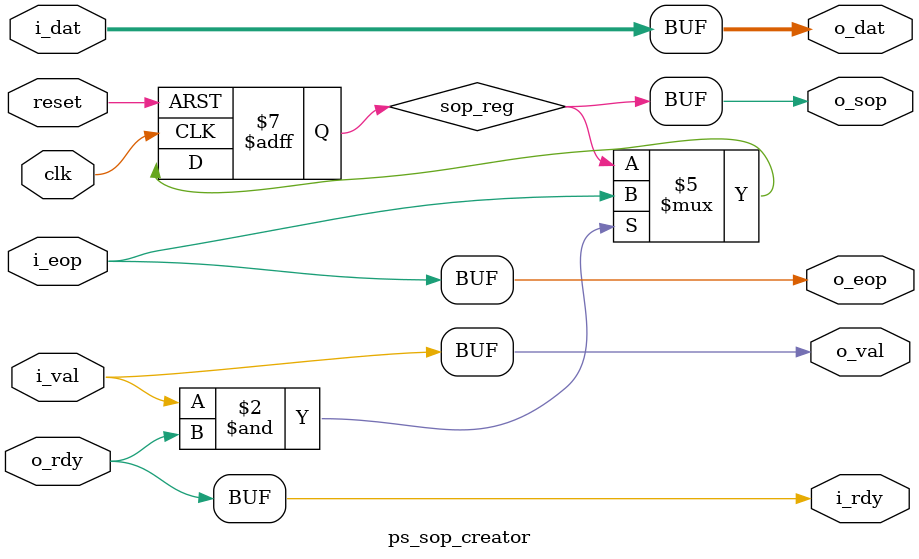
<source format=sv>
/*
    //------------------------------------------------------------------------------------
    //      Ìîäóëü äîáàâëåíèÿ ïðèçíàêà íà÷àëà ïàêåòà ïîòîêîâîãî èíòåðôåéñà PacketStream
    ps_sop_creator
    #(
        .WIDTH      ()  // Ðàçðÿäíîñòü ïîòîêà
    )
    the_ps_sop_creator
    (
        // Ñáðîñ è òàêòèðîâàíèå
        .reset      (), // i
        .clk        (), // i
        
        // Âõîäíîé ïîòîêîâûé èíòåðôåéñ
        .i_dat      (), // i  [WIDTH - 1 : 0]
        .i_val      (), // i
        .i_eop      (), // i
        .i_rdy      (), // o
        
        // Âûõîäíîé ïîòîêîâûé èíòåðôåéñ
        .o_dat      (), // o  [WIDTH - 1 : 0]
        .o_val      (), // o
        .o_sop      (), // o
        .o_eop      (), // o
        .o_rdy      ()  // i
    ); // the_ps_sop_creator
*/

module ps_sop_creator
#(
    parameter int unsigned          WIDTH = 8   // Ðàçðÿäíîñòü ïîòîêà
)
(
    // Ñáðîñ è òàêòèðîâàíèå
    input  logic                    reset,
    input  logic                    clk,
    
    // Âõîäíîé ïîòîêîâûé èíòåðôåéñ
    input  logic [WIDTH - 1 : 0]    i_dat,
    input  logic                    i_val,
    input  logic                    i_eop,
    output logic                    i_rdy,
    
    // Âûõîäíîé ïîòîêîâûé èíòåðôåéñ
    output logic [WIDTH - 1 : 0]    o_dat,
    output logic                    o_val,
    output logic                    o_sop,
    output logic                    o_eop,
    input  logic                    o_rdy
);
    //------------------------------------------------------------------------------------
    //      Ðåãèñòð ïðèçíàêà íà÷àëà ïàêåòà
    logic sop_reg;
    initial sop_reg = '1;
    always @(posedge reset, posedge clk)
        if (reset)
            sop_reg <= '1;
        else if (i_val & i_rdy)
            sop_reg <= i_eop;
        else
            sop_reg <= sop_reg;
    assign o_sop = sop_reg;
    
    //------------------------------------------------------------------------------------
    //      Ñêâîçíàÿ òðàíñëÿöèÿ ïîòîêîâ
    assign o_dat = i_dat;
    assign o_val = i_val;
    assign o_eop = i_eop;
    assign i_rdy = o_rdy;
    
endmodule // ps_sop_creator
</source>
